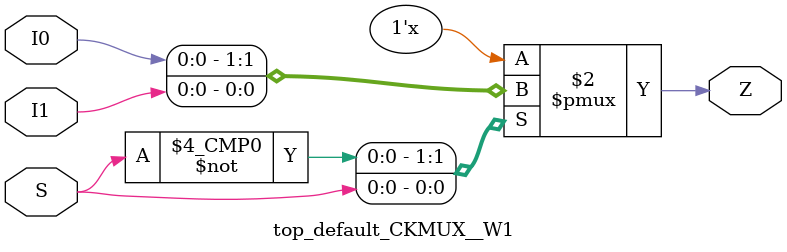
<source format=v>
`default_nettype wire 

module top_default_controller (
  top_default_MCK,
  top_default_RSTN,
  top_default_SCK,
  top_default_SDI,
  top_default_SEN,
  top_default_SEQ1_DONE,
  top_default_SEQ1_GO,
  top_default_SRST,
  top_default_GRP_ID,
  top_default_MEN,
  top_default_SDO,
  top_default_SEQ1_CMD,
  top_default_SEQ1_CS
);

parameter top_default_seq_id_width      = 1;
parameter top_default_grp_id_width      = 1;
parameter top_default_meb_id_width      = 1;
parameter top_default_bg_width          = 1;
parameter top_default_state_width       = 3;
parameter top_default_Run_Test_Idle     = 3'd0;
parameter top_default_Apply_MB          = 3'd1;
parameter top_default_Run_MB            = 3'd2;
parameter top_default_Scan_MB           = 3'd3;
parameter top_default_Done_MB           = 3'd4;
parameter top_default_det_state_width   = 4;
parameter top_default_Det_Idle          = 4'd0;
parameter top_default_Det_Fetch         = 4'd1;
parameter top_default_Det_SEQ           = 4'd2;
parameter top_default_Det_ALG           = 4'd3;
parameter top_default_Det_GRP           = 4'd4;
parameter top_default_Det_BG            = 4'd5;
parameter top_default_Det_CMD           = 4'd6;
parameter top_default_Det_Run           = 4'd7;
parameter top_default_Det_Eval          = 4'd8;
parameter top_default_Det_Done          = 4'd9;
parameter top_default_SEQ_ID_cnt_max    = 1;
parameter top_default_cmd_stable_cyc    = 2;
parameter top_default_eval_stable_cyc   = 2;
parameter top_default_cmd_width         = 5;
parameter top_default_alg_cnt_width     = 1;
parameter top_default_cmd_cnt_width     = 3;
parameter top_default_cmd_fix_width     = 5;

input                                   top_default_MCK;
input                                   top_default_RSTN;
input                                   top_default_SCK;
input                                   top_default_SDI;
input                                   top_default_SEN;
input                                   top_default_SEQ1_DONE;
input                                   top_default_SEQ1_GO;
input                                   top_default_SRST;
output  [top_default_grp_id_width - 1:0]            top_default_GRP_ID;
output                                  top_default_MEN;
output                                  top_default_SDO;
output  [top_default_cmd_width - 1:0]               top_default_SEQ1_CMD;
output                                  top_default_SEQ1_CS;

reg     [top_default_alg_cnt_width - 1:0] top_default_ALGO_next;
reg     [1:0]                           top_default_CMD_STABLE_cnt_next;
reg     [top_default_cmd_cnt_width - 1:0] top_default_CMD_cnt_next;
reg     [1:0]                           top_default_EVAL_STABLE_cnt_next;
reg     [top_default_grp_id_width - 1:0] top_default_GRP_ID_cnt_max;
reg     [top_default_grp_id_width - 1:0] top_default_GRP_ID_cnt_next;
reg                                     top_default_SEQ1_CMD_DONE_next;
reg                                     top_default_SEQ1_wait_next;
reg     [top_default_seq_id_width - 1:0] top_default_SEQ_ID_cnt_next;
reg     [top_default_cmd_fix_width - 1:0] top_default_SRAM_CMD_fix;
reg                                     top_default_max_ALG_mp;
reg     [top_default_det_state_width - 1:0] top_default_next_det_state;
reg                                     top_default_next_new_ALG;
reg                                     top_default_next_new_BG;
reg                                     top_default_next_new_CMD;
reg                                     top_default_next_new_GRP;
reg                                     top_default_next_new_SEQ;
reg     [top_default_state_width - 1:0] top_default_next_state;

wire    [top_default_alg_cnt_width - 1:0] top_default_ALGO;
wire                                    top_default_ALG_CHG;
wire                                    top_default_ALG_DONE;
wire                                    top_default_ALG_DONE_next;
wire                                    top_default_ALL_CMD_ZERO;
wire                                    top_default_ALL_TEST_DONE;
wire                                    top_default_BG_CHG;
wire                                    top_default_BG_DONE;
wire                                    top_default_BG_DONE_next;
wire                                    top_default_BIST_DONE;
wire                                    top_default_BIST_GO;
wire                                    top_default_BIST_GO_next;
wire                                    top_default_CMD_CHG;
wire                                    top_default_CMD_CHG_DONE;
wire                                    top_default_CMD_DONE;
wire                                    top_default_CMD_DONE_next;
wire    [1:0]                           top_default_CMD_STABLE_cnt;
wire    [top_default_cmd_cnt_width - 1:0] top_default_CMD_cnt;
wire                                    top_default_EVAL_DONE;
wire    [1:0]                           top_default_EVAL_STABLE_cnt;
wire                                    top_default_GRP_CHG;
wire                                    top_default_GRP_DONE;
wire                                    top_default_GRP_DONE_next;
wire    [top_default_grp_id_width - 1:0] top_default_GRP_ID;
wire    [top_default_grp_id_width - 1:0] top_default_GRP_ID_cnt;
wire                                    top_default_LAST_ALG;
wire                                    top_default_LAST_BG;
wire                                    top_default_LAST_CMD;
wire                                    top_default_LAST_GRP;
wire                                    top_default_LAST_SEQ;
wire                                    top_default_MEN;
wire                                    top_default_MGO;
wire                                    top_default_MRD;
wire                                    top_default_MRD_next;
wire                                    top_default_ONE_SEQ_WAIT;
wire                                    top_default_RST;
wire                                    top_default_RSTN;
wire    [top_default_cmd_width - 1:0]   top_default_SEQ1_CMD;
wire                                    top_default_SEQ1_CMD_DONE;
wire                                    top_default_SEQ1_CS_init;
wire                                    top_default_SEQ1_CS_init_next;
wire                                    top_default_SEQ1_SELECT;
wire                                    top_default_SEQ1_SELECT_next;
wire                                    top_default_SEQ1_wait;
wire                                    top_default_SEQ_CHG;
wire                                    top_default_SEQ_DONE;
wire                                    top_default_SEQ_DONE_next;
wire    [top_default_seq_id_width - 1:0] top_default_SEQ_ID;
wire    [top_default_seq_id_width - 1:0] top_default_SEQ_ID_cnt;
wire    [top_default_seq_id_width - 1:0] top_default_SEQ_ID_next;
wire                                    top_default_SEQ_WAIT;
wire    [top_default_cmd_width - 1:0]   top_default_SRAM_CMD;
wire                                    top_default_SRAM_SEQ;
wire    [top_default_cmd_width - 1:0]   top_default_SRAM_next_CMD;
wire                                    top_default_SRST;
wire                                    top_default_SeqOn;
wire                                    top_default_TEST_GO;
wire                                    top_default_TEST_GO_next;
wire                                    top_default_ctr_en;
wire    [top_default_det_state_width - 1:0] top_default_det_state;
wire                                    top_default_new_ALG;
wire                                    top_default_new_BG;
wire                                    top_default_new_CMD;
wire                                    top_default_new_GRP;
wire                                    top_default_new_SEQ;
wire                                    top_default_s_det_alg;
wire                                    top_default_s_det_bg;
wire                                    top_default_s_det_cmd;
wire                                    top_default_s_det_done;
wire                                    top_default_s_det_eval;
wire                                    top_default_s_det_fetch;
wire                                    top_default_s_det_grp;
wire                                    top_default_s_det_run;
wire                                    top_default_s_det_seq;
wire                                    top_default_s_run_mb;
wire    [top_default_state_width - 1:0] top_default_state;

assign top_default_ALG_CHG = ~top_default_new_ALG & top_default_ALG_DONE & ~top_default_LAST_ALG;
assign top_default_ALG_DONE_next = top_default_GRP_DONE & top_default_LAST_GRP;
assign top_default_ALL_CMD_ZERO = ((top_default_SRAM_CMD_fix) == 5'd0);
assign top_default_ALL_TEST_DONE = top_default_SEQ_DONE & top_default_LAST_SEQ;
assign top_default_BG_CHG = ~top_default_new_BG & top_default_BG_DONE & ~top_default_LAST_BG;
assign top_default_BG_DONE_next = top_default_CMD_DONE & top_default_LAST_CMD;
assign top_default_BIST_DONE = top_default_s_det_done;
assign top_default_BIST_GO_next = top_default_SEQ1_GO;
assign top_default_CMD_CHG = ~top_default_new_CMD & top_default_CMD_DONE & ~top_default_LAST_CMD;
assign top_default_CMD_CHG_DONE = (top_default_CMD_STABLE_cnt >= top_default_cmd_stable_cyc);
assign top_default_CMD_DONE_next = top_default_SEQ_WAIT;
assign top_default_EVAL_DONE = (top_default_EVAL_STABLE_cnt >= top_default_eval_stable_cyc);
assign top_default_GRP_CHG = ~top_default_new_GRP & top_default_GRP_DONE & ~top_default_LAST_GRP;
assign top_default_GRP_DONE_next = top_default_BG_DONE & top_default_LAST_BG;
assign top_default_GRP_ID = top_default_GRP_ID_cnt;
assign top_default_LAST_ALG = (top_default_det_state > top_default_Det_SEQ) ? (top_default_ALGO >= top_default_max_ALG_mp) : 1'd0;
assign top_default_LAST_BG = (top_default_det_state > top_default_Det_GRP) ? 1'd1 : 1'd0;
assign top_default_LAST_CMD = (top_default_det_state > top_default_Det_BG) ? top_default_ALL_CMD_ZERO : 1'd0;
assign top_default_LAST_GRP = (top_default_det_state > top_default_Det_ALG) ? (top_default_GRP_ID >= top_default_GRP_ID_cnt_max) : 1'd0;
assign top_default_LAST_SEQ = (top_default_det_state > top_default_Det_Fetch) ? (top_default_SEQ_ID >= top_default_SEQ_ID_cnt_max) : 1'd0;
assign top_default_MGO = top_default_TEST_GO;
assign top_default_MRD_next = (top_default_state == top_default_Done_MB);
assign top_default_ONE_SEQ_WAIT = (top_default_SEQ1_SELECT & top_default_SEQ1_wait);
assign top_default_RST = top_default_RSTN;
assign top_default_SEQ1_CMD = top_default_SRAM_CMD;
assign top_default_SEQ1_CS = top_default_SEQ1_CS_init;
assign top_default_SEQ1_CS_init_next = top_default_SeqOn & ~top_default_SEQ1_DONE & (top_default_SEQ_ID == 1'd1);
assign top_default_SEQ1_SELECT_next = (top_default_SEQ_ID == 1'd1);
assign top_default_SEQ_CHG = ~top_default_new_SEQ & top_default_SEQ_DONE & ~top_default_LAST_SEQ;
assign top_default_SEQ_DONE_next = top_default_ALG_DONE & top_default_LAST_ALG;
assign top_default_SEQ_ID_next = top_default_SEQ_ID_cnt;
assign top_default_SEQ_WAIT = top_default_ONE_SEQ_WAIT;
assign top_default_SRAM_SEQ = (top_default_SEQ_ID == 1'd1);
assign top_default_SRAM_next_CMD = top_default_SRAM_CMD_fix;
assign top_default_SeqOn = top_default_s_det_run;
assign top_default_TEST_GO_next = top_default_MEN ? (top_default_TEST_GO & top_default_BIST_GO) : 1'b1;
assign top_default_ctr_en = top_default_MEN;
assign top_default_s_det_alg = (top_default_det_state == top_default_Det_ALG);
assign top_default_s_det_bg = (top_default_det_state == top_default_Det_BG);
assign top_default_s_det_cmd = (top_default_det_state == top_default_Det_CMD);
assign top_default_s_det_done = (top_default_det_state == top_default_Det_Done);
assign top_default_s_det_eval = (top_default_det_state == top_default_Det_Eval);
assign top_default_s_det_fetch = (top_default_det_state == top_default_Det_Fetch);
assign top_default_s_det_grp = (top_default_det_state == top_default_Det_GRP);
assign top_default_s_det_run = (top_default_det_state == top_default_Det_Run);
assign top_default_s_det_seq = (top_default_det_state == top_default_Det_SEQ);
assign top_default_s_run_mb = (top_default_state == top_default_Run_MB)|(top_default_state == top_default_Scan_MB);

always @(*) begin
  if (top_default_s_det_seq) begin
    top_default_ALGO_next = 1'd1;
  end else if (top_default_s_det_alg & top_default_ALG_CHG & (top_default_ALGO < top_default_max_ALG_mp)) begin
    top_default_ALGO_next = top_default_ALGO + 1'd1;
  end else begin
    top_default_ALGO_next = top_default_ALGO;
  end
end

always @(*) begin
  if (top_default_s_det_bg) begin
    top_default_CMD_cnt_next = 3'd0;
  end else if (top_default_s_det_cmd & top_default_CMD_CHG) begin
    top_default_CMD_cnt_next = top_default_CMD_cnt + 3'b001;
  end else begin
    top_default_CMD_cnt_next = top_default_CMD_cnt;
  end
end

always @(*) begin
  case (top_default_ALGO) //synopsys parallel_case
    1'b1 : begin
      case (top_default_CMD_cnt) //synopsys parallel_case
        3'b000: top_default_SRAM_CMD_fix = 5'b01100;
        3'b001: top_default_SRAM_CMD_fix = 5'b01011;
        3'b010: top_default_SRAM_CMD_fix = 5'b00001;
        3'b011: top_default_SRAM_CMD_fix = 5'b11011;
        3'b100: top_default_SRAM_CMD_fix = 5'b10001;
        3'b101: top_default_SRAM_CMD_fix = 5'b11010;
        default: top_default_SRAM_CMD_fix = 5'b00000;
      endcase
    end
    default: top_default_SRAM_CMD_fix = 5'b00000;
  endcase
end

always @(*) begin
  if (~top_default_s_det_cmd) begin
    top_default_CMD_STABLE_cnt_next = 2'd0;
  end else if (top_default_CMD_STABLE_cnt < top_default_cmd_stable_cyc) begin
    top_default_CMD_STABLE_cnt_next = top_default_CMD_STABLE_cnt + 2'd1;
  end else begin
    top_default_CMD_STABLE_cnt_next = top_default_CMD_STABLE_cnt;
  end
end

always @(*) begin
  if (~top_default_s_det_eval) begin
    top_default_EVAL_STABLE_cnt_next = 2'd0;
  end else if (top_default_EVAL_STABLE_cnt < top_default_eval_stable_cyc) begin
    top_default_EVAL_STABLE_cnt_next = top_default_EVAL_STABLE_cnt + 2'd1;
  end else begin
    top_default_EVAL_STABLE_cnt_next = top_default_EVAL_STABLE_cnt;
  end
end

always @(*) begin
  case (top_default_SEQ_ID)
    1'b1: top_default_GRP_ID_cnt_max = 1'd1;
    default: top_default_GRP_ID_cnt_max =  1'd0;
  endcase
end

always @(*) begin
  if (top_default_s_det_alg) begin
    top_default_GRP_ID_cnt_next = 1'd1;
  end else if (top_default_s_det_grp & top_default_GRP_CHG & (top_default_GRP_ID_cnt < top_default_GRP_ID_cnt_max)) begin
    top_default_GRP_ID_cnt_next = top_default_GRP_ID_cnt + 1'd1;
  end else begin
    top_default_GRP_ID_cnt_next = top_default_GRP_ID_cnt;
  end
end

always @(*) begin
  if (top_default_s_det_cmd) begin
    top_default_SEQ1_CMD_DONE_next = 1'd0;
  end else begin
    top_default_SEQ1_CMD_DONE_next = top_default_SEQ1_CMD_DONE | (top_default_SEQ1_CS_init & top_default_SEQ1_DONE);
  end
end

always @(*) begin
  if ((top_default_det_state < top_default_Det_GRP) | (top_default_s_det_eval & top_default_EVAL_DONE) | (top_default_s_det_cmd)) begin
    top_default_SEQ1_wait_next = 1'd0;
  end else if ((top_default_det_state > top_default_Det_GRP) & ~top_default_SEQ1_SELECT) begin
    top_default_SEQ1_wait_next = 1'd1;
  end else if (top_default_CMD_CHG_DONE & ~|top_default_SEQ1_CMD[top_default_cmd_width-1:top_default_cmd_width-top_default_cmd_fix_width]) begin
    top_default_SEQ1_wait_next = 1'd1;
  end else if (top_default_s_det_run & top_default_SEQ1_CMD_DONE) begin
    top_default_SEQ1_wait_next = 1'd1;
  end else begin
    top_default_SEQ1_wait_next = top_default_SEQ1_wait;
  end
end

always @(*) begin
  if (~top_default_MEN) begin
    top_default_SEQ_ID_cnt_next = 1'd0;
  end else if (top_default_s_det_fetch) begin
    top_default_SEQ_ID_cnt_next = 1'd1;
  end else if (top_default_s_det_seq & top_default_SEQ_CHG & (top_default_SEQ_ID_cnt < top_default_SEQ_ID_cnt_max)) begin
    top_default_SEQ_ID_cnt_next = top_default_SEQ_ID_cnt + 1'd1;
  end else begin
    top_default_SEQ_ID_cnt_next = top_default_SEQ_ID_cnt;
  end
end

always @(*) begin
    case (top_default_SEQ_ID)
      1'b1: top_default_max_ALG_mp = 1'd1;
      default: top_default_max_ALG_mp = 1'd1;
    endcase
end

always @(*) begin
  if (~top_default_s_run_mb) begin
    top_default_next_det_state = top_default_Det_Idle;
  end else begin
      case (top_default_det_state)
          top_default_Det_Idle:  top_default_next_det_state = top_default_Det_Fetch;
          top_default_Det_Fetch: top_default_next_det_state = top_default_Det_SEQ;
          top_default_Det_SEQ:   top_default_next_det_state = top_default_Det_ALG;
          top_default_Det_ALG:   top_default_next_det_state = top_default_Det_GRP;
          top_default_Det_GRP:   top_default_next_det_state = top_default_Det_BG;
          top_default_Det_BG:    top_default_next_det_state = top_default_Det_CMD;
          top_default_Det_CMD:   top_default_next_det_state = (top_default_CMD_CHG_DONE) ? top_default_Det_Run : top_default_Det_CMD;
          top_default_Det_Run:   top_default_next_det_state = top_default_SEQ_WAIT ? top_default_Det_Eval : top_default_Det_Run;
          top_default_Det_Eval:  begin
              if (top_default_ALL_TEST_DONE & top_default_EVAL_DONE) begin
                  top_default_next_det_state = top_default_Det_Done;
              end else if (top_default_CMD_CHG & top_default_EVAL_DONE) begin
                  top_default_next_det_state = top_default_Det_CMD;
              end else if (top_default_BG_CHG & top_default_EVAL_DONE) begin
                  top_default_next_det_state = top_default_Det_BG;
              end else if (top_default_GRP_CHG & top_default_EVAL_DONE) begin
                  top_default_next_det_state = top_default_Det_GRP;
              end else if (top_default_ALG_CHG & top_default_EVAL_DONE) begin
                  top_default_next_det_state = top_default_Det_ALG;
              end else if (top_default_SEQ_CHG & top_default_EVAL_DONE) begin
                  top_default_next_det_state = top_default_Det_SEQ;
              end else begin
                  top_default_next_det_state = top_default_Det_Eval;
              end
          end
          top_default_Det_Done:  top_default_next_det_state = top_default_Det_Done;
          default: top_default_next_det_state = top_default_Det_Idle;
      endcase
  end
end

always @(*) begin
  if (top_default_s_det_seq) begin
    top_default_next_new_ALG = 1'b1;
  end else if (top_default_s_det_alg & top_default_ALG_CHG) begin
    top_default_next_new_ALG = 1'b1;
  end else if (top_default_s_det_run) begin
    top_default_next_new_ALG = 1'b0;
  end else begin
    top_default_next_new_ALG = top_default_new_ALG;
  end
end

always @(*) begin
  if (top_default_s_det_grp) begin
    top_default_next_new_BG = 1'b1;
  end else if (top_default_s_det_bg & top_default_BG_CHG) begin
    top_default_next_new_BG = 1'b1;
  end else if (top_default_s_det_run) begin
    top_default_next_new_BG = 1'b0;
  end else begin
    top_default_next_new_BG = top_default_new_BG;
  end
end

always @(*) begin
  if (top_default_s_det_bg) begin
    top_default_next_new_CMD = 1'b1;
  end else if (top_default_s_det_cmd & top_default_CMD_CHG) begin
    top_default_next_new_CMD = 1'b1;
  end else if (top_default_s_det_run) begin
    top_default_next_new_CMD = 1'b0;
  end else begin
    top_default_next_new_CMD = top_default_new_CMD;
  end
end

always @(*) begin
  if (top_default_s_det_alg) begin
    top_default_next_new_GRP = 1'b1;
  end else if (top_default_s_det_grp & top_default_GRP_CHG) begin
    top_default_next_new_GRP = 1'b1;
  end else if (top_default_s_det_run) begin
    top_default_next_new_GRP = 1'b0;
  end else begin
    top_default_next_new_GRP = top_default_new_GRP;
  end
end

always @(*) begin
  if (top_default_s_det_fetch) begin
    top_default_next_new_SEQ = 1'b1;
  end else if (top_default_s_det_seq & top_default_SEQ_CHG) begin
    top_default_next_new_SEQ = 1'b1;
  end else if (top_default_s_det_run) begin
    top_default_next_new_SEQ = 1'b0;
  end else begin
    top_default_next_new_SEQ = top_default_new_SEQ;
  end
end

always @(*) begin
  case (top_default_state)
    top_default_Run_Test_Idle: top_default_next_state = top_default_ctr_en ? top_default_Apply_MB : top_default_Run_Test_Idle;
    top_default_Apply_MB:      top_default_next_state = top_default_ctr_en ? top_default_Run_MB : top_default_Run_Test_Idle;
    top_default_Run_MB:        top_default_next_state = top_default_ctr_en ? (top_default_BIST_DONE ? top_default_Done_MB : top_default_Run_MB)
                                       : top_default_Run_Test_Idle;
    top_default_Done_MB:       top_default_next_state = top_default_ctr_en ? top_default_Done_MB : top_default_Run_Test_Idle;
    default:       top_default_next_state = top_default_Run_Test_Idle;
  endcase
end

top_default_BUFF_ASYNC_W1_D1_S0 top_default_ctr_alg_done_reg (
  .CK(top_default_MCK),
  .RN(top_default_RST),
  .D(top_default_ALG_DONE_next),
  .Q(top_default_ALG_DONE)
);

top_default_BUFF_ASYNC_W1_D1_S0 top_default_ctr_alg_reg (
  .CK(top_default_MCK),
  .RN(top_default_RST),
  .D(top_default_ALGO_next),
  .Q(top_default_ALGO)
);

top_default_BUFF_ASYNC_W1_D1_S0 top_default_ctr_bg_done_reg (
  .CK(top_default_MCK),
  .RN(top_default_RST),
  .D(top_default_BG_DONE_next),
  .Q(top_default_BG_DONE)
);

top_default_BUFF_ASYNC_W1_D1_S0 top_default_ctr_bist_go_reg (
  .CK(top_default_MCK),
  .RN(top_default_RST),
  .D(top_default_BIST_GO_next),
  .Q(top_default_BIST_GO)
);

top_default_BUFF_ASYNC_W3_D1_S0 top_default_ctr_cmd_cnt_reg (
  .CK(top_default_MCK),
  .RN(top_default_RST),
  .D(top_default_CMD_cnt_next),
  .Q(top_default_CMD_cnt)
);

top_default_BUFF_ASYNC_W1_D1_S0 top_default_ctr_cmd_done_reg (
  .CK(top_default_MCK),
  .RN(top_default_RST),
  .D(top_default_CMD_DONE_next),
  .Q(top_default_CMD_DONE)
);

top_default_BUFF_ASYNC_W5_D1_S0 top_default_ctr_cmd_reg_SRAM (
  .CK(top_default_MCK),
  .RN(top_default_RST),
  .D(top_default_SRAM_next_CMD),
  .Q(top_default_SRAM_CMD)
);

top_default_BUFF_ASYNC_W2_D1_S0 top_default_ctr_cmd_stable_cnt_reg (
  .CK(top_default_MCK),
  .RN(top_default_RST),
  .D(top_default_CMD_STABLE_cnt_next),
  .Q(top_default_CMD_STABLE_cnt)
);

top_default_BUFF_ASYNC_W4_D1_S0 top_default_ctr_det_state_reg (
  .CK(top_default_MCK),
  .RN(top_default_RST),
  .D(top_default_next_det_state),
  .Q(top_default_det_state)
);

top_default_BUFF_ASYNC_W2_D1_S0 top_default_ctr_eval_stable_cnt_reg (
  .CK(top_default_MCK),
  .RN(top_default_RST),
  .D(top_default_EVAL_STABLE_cnt_next),
  .Q(top_default_EVAL_STABLE_cnt)
);

top_default_BUFF_ASYNC_W1_D1_S0 top_default_ctr_grp_done_reg (
  .CK(top_default_MCK),
  .RN(top_default_RST),
  .D(top_default_GRP_DONE_next),
  .Q(top_default_GRP_DONE)
);

top_default_BUFF_ASYNC_W1_D1_S0 top_default_ctr_grp_id_cnt_reg (
  .CK(top_default_MCK),
  .RN(top_default_RST),
  .D(top_default_GRP_ID_cnt_next),
  .Q(top_default_GRP_ID_cnt)
);

top_default_BUFF_ASYNC_W1_D1_S0 top_default_ctr_mrd_reg (
  .CK(top_default_MCK),
  .RN(top_default_RST),
  .D(top_default_MRD_next),
  .Q(top_default_MRD)
);

top_default_BUFF_ASYNC_W1_D1_S0 top_default_ctr_new_ALG_reg (
  .CK(top_default_MCK),
  .RN(top_default_RST),
  .D(top_default_next_new_ALG),
  .Q(top_default_new_ALG)
);

top_default_BUFF_ASYNC_W1_D1_S0 top_default_ctr_new_BG_reg (
  .CK(top_default_MCK),
  .RN(top_default_RST),
  .D(top_default_next_new_BG),
  .Q(top_default_new_BG)
);

top_default_BUFF_ASYNC_W1_D1_S0 top_default_ctr_new_CMD_reg (
  .CK(top_default_MCK),
  .RN(top_default_RST),
  .D(top_default_next_new_CMD),
  .Q(top_default_new_CMD)
);

top_default_BUFF_ASYNC_W1_D1_S0 top_default_ctr_new_GRP_reg (
  .CK(top_default_MCK),
  .RN(top_default_RST),
  .D(top_default_next_new_GRP),
  .Q(top_default_new_GRP)
);

top_default_BUFF_ASYNC_W1_D1_S0 top_default_ctr_new_SEQ_reg (
  .CK(top_default_MCK),
  .RN(top_default_RST),
  .D(top_default_next_new_SEQ),
  .Q(top_default_new_SEQ)
);

top_default_scan ctr_scan_inst(
  .top_default_MCK(top_default_MCK),
  .top_default_MGO(top_default_MGO),
  .top_default_MRD(top_default_MRD),
  .top_default_RST(top_default_RST),
  .top_default_SCK(top_default_SCK),
  .top_default_SDI(top_default_SDI),
  .top_default_SEN(top_default_SEN),
  .top_default_SRST(top_default_SRST),
  .top_default_MEN(top_default_MEN),
  .top_default_SDO(top_default_SDO)
);

top_default_BUFF_ASYNC_W1_D1_S0 top_default_ctr_seq1_cmd_done_reg (
  .CK(top_default_MCK),
  .RN(top_default_RST),
  .D(top_default_SEQ1_CMD_DONE_next),
  .Q(top_default_SEQ1_CMD_DONE)
);

top_default_BUFF_ASYNC_W1_D1_S0 top_default_ctr_seq1_cs_init_reg (
  .CK(top_default_MCK),
  .RN(top_default_RST),
  .D(top_default_SEQ1_CS_init_next),
  .Q(top_default_SEQ1_CS_init)
);

top_default_BUFF_ASYNC_W1_D1_S0 top_default_ctr_seq1_select_reg (
  .CK(top_default_MCK),
  .RN(top_default_RST),
  .D(top_default_SEQ1_SELECT_next),
  .Q(top_default_SEQ1_SELECT)
);

top_default_BUFF_ASYNC_W1_D1_S0 top_default_ctr_seq1_wait_reg (
  .CK(top_default_MCK),
  .RN(top_default_RST),
  .D(top_default_SEQ1_wait_next),
  .Q(top_default_SEQ1_wait)
);

top_default_BUFF_ASYNC_W1_D1_S0 top_default_ctr_seq_done_reg (
  .CK(top_default_MCK),
  .RN(top_default_RST),
  .D(top_default_SEQ_DONE_next),
  .Q(top_default_SEQ_DONE)
);

top_default_BUFF_ASYNC_W1_D1_S0 top_default_ctr_seq_id_reg (
  .CK(top_default_MCK),
  .RN(top_default_RST),
  .D(top_default_SEQ_ID_next),
  .Q(top_default_SEQ_ID)
);

top_default_BUFF_ASYNC_W1_D1_S0 top_default_ctr_sid_cnt_reg (
  .CK(top_default_MCK),
  .RN(top_default_RST),
  .D(top_default_SEQ_ID_cnt_next),
  .Q(top_default_SEQ_ID_cnt)
);

top_default_BUFF_ASYNC_W3_D1_S0 top_default_ctr_state_reg (
  .CK(top_default_MCK),
  .RN(top_default_RST),
  .D(top_default_next_state),
  .Q(top_default_state)
);

top_default_BUFF_ASYNC_W1_D1_S1 top_default_ctr_test_go_reg (
  .CK(top_default_MCK),
  .RN(top_default_RST),
  .D(top_default_TEST_GO_next),
  .Q(top_default_TEST_GO)
);
endmodule

module top_default_scan (
  top_default_MCK,
  top_default_MGO,
  top_default_MRD,
  top_default_RST,
  top_default_SCK,
  top_default_SDI,
  top_default_SEN,
  top_default_SRST,
  top_default_MEN,
  top_default_SDO
);

parameter IR_width                      = 2;
parameter top_default_IDLE_STATE        = 3'd0;
parameter top_default_SCAN_IR_STATE     = 3'd1;
parameter top_default_SCAN_UIR_STATE    = 3'd2;
parameter top_default_SCAN_PRE_UDR_STATE = 3'd3;
parameter top_default_SCAN_WAIT_STATE   = 3'd4;
parameter top_default_SCAN_DR_STATE     = 3'd5;
parameter top_default_SCAN_UDR_STATE    = 3'd6;
parameter test_result_width             = 2;
parameter test_command_width            = 1;

input                                   top_default_MCK;
input                                   top_default_MGO;
input                                   top_default_MRD;
input                                   top_default_RST;
input                                   top_default_SCK;
input                                   top_default_SDI;
input                                   top_default_SEN;
input                                   top_default_SRST;
output                                  top_default_MEN;
output                                  top_default_SDO;

reg     [IR_width - 1:0]                IR;
reg     [IR_width - 1:0]                IR_shift_reg;
reg                                     top_default_SDO;
reg                                     bypass_DR;
reg     [2:0]                           top_default_next_scan_state;
reg     [test_command_width - 1:0]      test_command;
reg     [test_command_width - 1:0]      test_command_DR;
reg     [test_result_width - 1:0]       test_result_DR;

wire                                    IR_shift_reg_LSB;
wire                                    top_default_UpdateDR;
wire                                    UpdateDR_async;
wire                                    top_default_UpdateIR;
wire                                    capture_test_result;
wire    [IR_width - 1:0]                next_IR_shift_reg;
wire    [test_command_width - 1:0]      next_test_command_DR;
wire    [test_result_width - 1:0]       next_test_result_DR;
wire    [2:0]                           top_default_scan_state;
wire                                    shift_to_DR;
wire                                    shift_to_IR;
wire                                    test_command_LSB;
wire    [test_result_width - 1:0]       test_result;
wire                                    test_result_LSB;

assign #1 top_default_MEN = test_command;
assign top_default_UpdateDR = (top_default_scan_state == top_default_SCAN_PRE_UDR_STATE) | (top_default_scan_state == top_default_SCAN_UDR_STATE);
assign top_default_UpdateIR = (top_default_scan_state == top_default_SCAN_UIR_STATE);
assign capture_test_result = (top_default_scan_state == top_default_SCAN_PRE_UDR_STATE) & (IR == 2'b10);
assign shift_to_DR = (top_default_next_scan_state == top_default_SCAN_DR_STATE);
assign shift_to_IR = (top_default_next_scan_state == top_default_SCAN_IR_STATE);
assign test_result = {top_default_MGO, top_default_MRD};
assign {next_IR_shift_reg, IR_shift_reg_LSB} = {top_default_SDI, IR_shift_reg};
assign {next_test_command_DR, test_command_LSB} = {top_default_SDI, test_command_DR};
assign {next_test_result_DR, test_result_LSB} = {top_default_SDI, test_result_DR};

always @(*) begin
  if (shift_to_IR) begin
    top_default_SDO = IR_shift_reg_LSB;
  end else begin
    case (IR)
      2'b00: top_default_SDO = bypass_DR;
      2'b01: top_default_SDO = test_command_LSB;
      2'b10: top_default_SDO = test_result_LSB;
      default: top_default_SDO = 1'b0;
    endcase
  end
end

always @(*) begin
  case (top_default_scan_state)
    top_default_IDLE_STATE: top_default_next_scan_state = top_default_SEN ? top_default_SCAN_IR_STATE : top_default_IDLE_STATE;
    top_default_SCAN_IR_STATE: top_default_next_scan_state = top_default_SEN ? top_default_SCAN_IR_STATE : top_default_SCAN_UIR_STATE;
    top_default_SCAN_UIR_STATE: top_default_next_scan_state = ~IR_shift_reg[1] ? top_default_SCAN_WAIT_STATE : top_default_SCAN_PRE_UDR_STATE;
    top_default_SCAN_PRE_UDR_STATE: top_default_next_scan_state = top_default_SCAN_WAIT_STATE;
    top_default_SCAN_WAIT_STATE: top_default_next_scan_state = top_default_SEN ? top_default_SCAN_DR_STATE : top_default_SCAN_WAIT_STATE;
    top_default_SCAN_DR_STATE: top_default_next_scan_state = top_default_SEN ? top_default_SCAN_DR_STATE : ~IR_shift_reg[1] ? top_default_SCAN_UDR_STATE : top_default_IDLE_STATE;
    top_default_SCAN_UDR_STATE: top_default_next_scan_state = top_default_IDLE_STATE;
    default: top_default_next_scan_state = top_default_IDLE_STATE;
  endcase
end

always @(posedge top_default_SCK or negedge top_default_SRST) begin
  if (~top_default_SRST) begin
    IR <= 2'd0;
  end else begin
    if (top_default_UpdateIR) begin
      IR <= IR_shift_reg;
    end else begin
      IR <= IR;
    end
  end
end

always @(posedge top_default_SCK or negedge top_default_SRST) begin
  if (~top_default_SRST) begin
    IR_shift_reg <= 2'd0;
  end else begin
    if (shift_to_IR) begin
      IR_shift_reg <= next_IR_shift_reg;
    end else begin
      IR_shift_reg <= IR_shift_reg;
    end
  end
end

always @(posedge top_default_SCK or negedge top_default_SRST) begin
  if (~top_default_SRST) begin
    bypass_DR <= 1'd0;
  end else begin
    if (shift_to_DR & (IR == 2'b00)) begin
      bypass_DR <= top_default_SDI;
    end else begin
      bypass_DR <= bypass_DR;
    end
  end
end

always @(posedge top_default_MCK or negedge top_default_RST) begin
  if (~top_default_RST) begin
    test_command <= 1'd0;
  end else begin
    if (UpdateDR_async) begin
      test_command <= test_command_DR;
    end else begin
      test_command <= test_command;
    end
  end
end

always @(posedge top_default_SCK or negedge top_default_SRST) begin
  if (~top_default_SRST) begin
    test_command_DR <= 1'd0;
  end else begin
    if (shift_to_DR & (IR == 2'b01)) begin
      test_command_DR <= next_test_command_DR;
    end else begin
      test_command_DR <= test_command_DR;
    end
  end
end

always @(posedge top_default_SCK or negedge top_default_SRST) begin
  if (~top_default_SRST) begin
    test_result_DR <= 2'd0;
  end else begin
    if (capture_test_result) begin
      test_result_DR <= test_result;
    end else if (shift_to_DR & (IR == 2'b10)) begin
      test_result_DR <= next_test_result_DR;
    end else begin
      test_result_DR <= test_result_DR;
    end
  end
end

top_default_async_pos_pulse_W1 UpdateDR_async_sys (
  .CKA(top_default_SCK),
  .CKB(top_default_MCK),
  .RNA(top_default_SRST),
  .RNB(top_default_RST),
  .DA(top_default_UpdateDR),
  .DB(UpdateDR_async)
);

top_default_BUFF_ASYNC_W3_D1_S0 ctr_scan_state_reg (
  .CK(top_default_SCK),
  .RN(top_default_RST),
  .D(top_default_next_scan_state),
  .Q(top_default_scan_state)
);
endmodule

module top_default_sequencer1 (
  top_default_CMD,
  top_default_GRP_ID,
  top_default_MCK,
  top_default_RST,
  top_default_SEQ_CS,
  top_default_TPG_1_1_GO,
  top_default_SEQ_ADDR,
  top_default_SEQ_DONE,
  top_default_SEQ_GO,
  top_default_SEQ_OP_CMD,
  top_default_SEQ_PARITY,
  top_default_TPG_1_1_CS0
);

parameter top_default_grp_id_width      = 1;
parameter top_default_meb_id_width      = 1;
parameter top_default_SEQ_STATE_WIDTH   = 2;
parameter top_default_RAM_SEQ_IDLE      = 2'd0;
parameter top_default_RAM_SEQ_PRE       = 2'd1;
parameter top_default_RAM_SEQ_APPLY     = 2'd2;
parameter top_default_RAM_SEQ_DONE      = 2'd3;
parameter top_default_SEQ_ADDR_WIDTH    = 12;
parameter top_default_action_width      = 3;
parameter Rwr                           = 3'b001;
parameter r                             = 3'b010;
parameter rWR                           = 3'b011;
parameter w                             = 3'b100;
parameter top_default_cmd_width         = 5;
parameter top_default_nop               = 2'd0;
parameter top_default_pseudo_r          = 2'd1;
parameter top_default_read              = 2'd2;
parameter top_default_write             = 2'd3;
parameter top_default_op_cmd_width      = 2;
parameter top_default_op_cnt_width      = 3;

input   [top_default_cmd_width - 1:0]               top_default_CMD;
input   [top_default_grp_id_width - 1:0]            top_default_GRP_ID;
input                                   top_default_MCK;
input                                   top_default_RST;
input                                   top_default_SEQ_CS;
input                                   top_default_TPG_1_1_GO;
output  [top_default_SEQ_ADDR_WIDTH - 1:0]          top_default_SEQ_ADDR;
output                                  top_default_SEQ_DONE;
output                                  top_default_SEQ_GO;
output  [top_default_op_cmd_width - 1:0]            top_default_SEQ_OP_CMD;
output                                  top_default_SEQ_PARITY;
output                                  top_default_TPG_1_1_CS0;

reg     [top_default_op_cmd_width - 1:0] top_default_SEQ_OP_CMD_s;
reg                                     top_default_SEQ_PARITY_s;
reg                                     top_default_TPG_1_1_CS0;
reg                                     top_default_finish_one_sequence;
reg     [top_default_SEQ_ADDR_WIDTH - 1:0] top_default_max_addr;
reg     [top_default_SEQ_ADDR_WIDTH - 1:0] top_default_next_addr_cnt;
reg     [top_default_op_cnt_width - 1:0] top_default_next_op_cnt;
reg     [top_default_SEQ_STATE_WIDTH - 1:0] top_default_next_state;

wire    [top_default_SEQ_ADDR_WIDTH - 1:0] top_default_SEQ_ADDR;
wire    [top_default_op_cmd_width - 1:0] top_default_SEQ_OP_CMD;
wire                                    top_default_SEQ_PARITY;
wire    [top_default_action_width - 1:0] top_default_action;
wire                                    top_default_cmd_parity;
wire                                    top_default_direction;
wire                                    top_default_finish_one_sequence_4_addr;
wire                                    top_default_go_init;
wire                                    top_default_last_address;
wire    [top_default_op_cnt_width - 1:0] top_default_op_cnt;
wire    [top_default_SEQ_STATE_WIDTH - 1:0] top_default_state;

assign top_default_SEQ_DONE = (top_default_state == top_default_RAM_SEQ_DONE);
assign top_default_SEQ_GO = top_default_go_init;
assign top_default_SEQ_OP_CMD = top_default_SEQ_OP_CMD_s;
assign top_default_SEQ_PARITY = top_default_SEQ_PARITY_s;
assign top_default_go_init = top_default_TPG_1_1_GO;
assign top_default_last_address = top_default_direction ? (top_default_SEQ_ADDR == 12'd0) : (top_default_SEQ_ADDR >= top_default_max_addr);
assign {top_default_direction, top_default_cmd_parity, top_default_action} = top_default_CMD;

always @(*) begin
  if (~top_default_SEQ_CS) begin
    top_default_TPG_1_1_CS0 = 1'd0;
  end else if (top_default_SEQ_ADDR > 12'd4095) begin
    top_default_TPG_1_1_CS0 = 1'd0;
  end else if (top_default_GRP_ID != 1'd1) begin
    top_default_TPG_1_1_CS0 = 1'd0;
  end else begin
    top_default_TPG_1_1_CS0 = 1'd1;
  end
end

always @(*) begin
    case (top_default_action) //synopsys parallel_case
      Rwr:   if (top_default_op_cnt >= 3'd2)        top_default_finish_one_sequence = 1'b1;
            else                         top_default_finish_one_sequence = 1'b0;
      r:   if (top_default_op_cnt >= 3'd0)        top_default_finish_one_sequence = 1'b1;
            else                         top_default_finish_one_sequence = 1'b0;
      rWR:   if (top_default_op_cnt >= 3'd2)        top_default_finish_one_sequence = 1'b1;
            else                         top_default_finish_one_sequence = 1'b0;
      w:   if (top_default_op_cnt >= 3'd0)        top_default_finish_one_sequence = 1'b1;
            else                         top_default_finish_one_sequence = 1'b0;
      default: top_default_finish_one_sequence = 1'b0;
    endcase
end

always @(*) begin
  if (~top_default_SEQ_CS) begin
    top_default_max_addr = 12'd0;
  end else begin
    case (top_default_GRP_ID)
      1'b1: top_default_max_addr = 12'd4095;
      default: top_default_max_addr = 12'd0;
    endcase
  end
end

always @(*) begin
  if (~top_default_SEQ_CS) begin
    top_default_next_addr_cnt = 12'd0;
  end else begin
    case (top_default_state)
      top_default_RAM_SEQ_IDLE: top_default_next_addr_cnt = (top_default_direction == 1'd0) ? 12'd0 : top_default_max_addr;
      top_default_RAM_SEQ_APPLY: begin
        if (top_default_finish_one_sequence_4_addr) begin
          top_default_next_addr_cnt = (top_default_direction == 1'd0) ? (top_default_SEQ_ADDR + 12'd1) : (top_default_SEQ_ADDR - 12'd1);
        end else begin
          top_default_next_addr_cnt = top_default_SEQ_ADDR;
       end
      end
      default: top_default_next_addr_cnt = top_default_SEQ_ADDR;
    endcase
  end
end

always @(*) begin
  if (~top_default_SEQ_CS) begin
    top_default_next_op_cnt = 3'd0;
  end else begin
    if((top_default_state == top_default_RAM_SEQ_PRE) | (top_default_state == top_default_RAM_SEQ_APPLY))begin
      top_default_next_op_cnt = top_default_finish_one_sequence ? 3'd0 : (top_default_op_cnt + 3'd1);
    end else begin
      top_default_next_op_cnt = 3'd0;
    end
  end
end

always @(*) begin
  if (~top_default_SEQ_CS) begin
    top_default_next_state = top_default_RAM_SEQ_IDLE;
  end else begin
    case (top_default_state)
      top_default_RAM_SEQ_IDLE: top_default_next_state = top_default_RAM_SEQ_PRE;
      top_default_RAM_SEQ_PRE: top_default_next_state = top_default_RAM_SEQ_APPLY;
      top_default_RAM_SEQ_APPLY: top_default_next_state = (top_default_finish_one_sequence & top_default_last_address) ? top_default_RAM_SEQ_DONE : top_default_RAM_SEQ_APPLY;
      top_default_RAM_SEQ_DONE: top_default_next_state = top_default_RAM_SEQ_DONE;
      default: top_default_next_state = top_default_RAM_SEQ_IDLE;
    endcase
  end
end

always@(posedge top_default_MCK or negedge top_default_RST)begin
  if(~top_default_RST)begin
    top_default_SEQ_OP_CMD_s <= top_default_nop;
  end else begin
    if (~top_default_SEQ_CS) begin
      top_default_SEQ_OP_CMD_s <= top_default_nop;
    end else if ((top_default_state != top_default_RAM_SEQ_PRE) & (top_default_state != top_default_RAM_SEQ_APPLY)) begin
      top_default_SEQ_OP_CMD_s <= top_default_nop;
    end else if ((top_default_state == top_default_RAM_SEQ_APPLY) & top_default_last_address & top_default_finish_one_sequence_4_addr) begin
      top_default_SEQ_OP_CMD_s <= top_default_nop;
    end else begin
      case (top_default_action) // synopsys parallel_case
        Rwr : begin
               case (top_default_op_cnt) // synopsys parallel_case
                   3'd0 : top_default_SEQ_OP_CMD_s <= top_default_read;
                   3'd1 : top_default_SEQ_OP_CMD_s <= top_default_write;
                   3'd2 : top_default_SEQ_OP_CMD_s <= top_default_read;
                 default : top_default_SEQ_OP_CMD_s <= top_default_nop;
               endcase
             end
        r : begin
               case (top_default_op_cnt) // synopsys parallel_case
                   3'd0 : top_default_SEQ_OP_CMD_s <= top_default_read;
                 default : top_default_SEQ_OP_CMD_s <= top_default_nop;
               endcase
             end
        rWR : begin
               case (top_default_op_cnt) // synopsys parallel_case
                   3'd0 : top_default_SEQ_OP_CMD_s <= top_default_read;
                   3'd1 : top_default_SEQ_OP_CMD_s <= top_default_write;
                   3'd2 : top_default_SEQ_OP_CMD_s <= top_default_read;
                 default : top_default_SEQ_OP_CMD_s <= top_default_nop;
               endcase
             end
        w : begin
               case (top_default_op_cnt) // synopsys parallel_case
                   3'd0 : top_default_SEQ_OP_CMD_s <= top_default_write;
                 default : top_default_SEQ_OP_CMD_s <= top_default_nop;
               endcase
             end
        default : top_default_SEQ_OP_CMD_s <= top_default_nop;
      endcase
    end
  end
end

always@(posedge top_default_MCK or negedge top_default_RST)begin
  if(~top_default_RST)begin
    top_default_SEQ_PARITY_s <= 1'd0;
  end else begin
    if (~top_default_SEQ_CS) begin
      top_default_SEQ_PARITY_s <= top_default_cmd_parity;
    end else if ((top_default_state != top_default_RAM_SEQ_PRE) & (top_default_state != top_default_RAM_SEQ_APPLY)) begin
      top_default_SEQ_PARITY_s <= top_default_cmd_parity;
    end else begin
      case (top_default_action) // synopsys parallel_case
        Rwr : begin
               case (top_default_op_cnt) // synopsys parallel_case
                 3'd1 : top_default_SEQ_PARITY_s <= ~top_default_cmd_parity;
                 3'd2 : top_default_SEQ_PARITY_s <= ~top_default_cmd_parity;
                 default : top_default_SEQ_PARITY_s <= top_default_cmd_parity;
               endcase
             end
        rWR : begin
               case (top_default_op_cnt) // synopsys parallel_case
                 3'd1 : top_default_SEQ_PARITY_s <= ~top_default_cmd_parity;
                 3'd2 : top_default_SEQ_PARITY_s <= ~top_default_cmd_parity;
                 default : top_default_SEQ_PARITY_s <= top_default_cmd_parity;
               endcase
             end
        default : top_default_SEQ_PARITY_s <= top_default_cmd_parity;
      endcase
    end
  end
end

top_default_BUFF_ASYNC_W1_D1_S0 top_default_finish_one_sequence_4_addr_reg (
  .CK(top_default_MCK),
  .RN(top_default_RST),
  .D(top_default_finish_one_sequence),
  .Q(top_default_finish_one_sequence_4_addr)
);

top_default_BUFF_ASYNC_W12_D1_S0 top_default_seq_addr_reg (
  .CK(top_default_MCK),
  .RN(top_default_RST),
  .D(top_default_next_addr_cnt),
  .Q(top_default_SEQ_ADDR)
);

top_default_BUFF_ASYNC_W3_D1_S0 top_default_seq_op_cnt_reg (
  .CK(top_default_MCK),
  .RN(top_default_RST),
  .D(top_default_next_op_cnt),
  .Q(top_default_op_cnt)
);

top_default_BUFF_ASYNC_W2_D1_S0 top_default_seq_state_reg (
  .CK(top_default_MCK),
  .RN(top_default_RST),
  .D(top_default_next_state),
  .Q(top_default_state)
);
endmodule

module top_default_tcr_1_1_1 (
  top_default_A_m,
  top_default_A_s,
  top_default_CEN_m,
  top_default_CEN_s,
  top_default_CLK_s,
  top_default_D_m,
  top_default_D_s,
  top_default_MCK,
  top_default_MEN,
  top_default_OEN_m,
  top_default_OEN_s,
  top_default_Q_t,
  top_default_WEN_m,
  top_default_WEN_s,
  top_default_A_t,
  top_default_CEN_t,
  top_default_CLK_t,
  top_default_D_t,
  top_default_OEN_t,
  top_default_Q_m,
  top_default_Q_s,
  top_default_WEN_t
);

parameter top_default_TPG_ADDR_WIDTH    = 12;
parameter top_default_TPG_DATA_IN_WIDTH = 32;
parameter top_default_TPG_DATA_OUT_WIDTH = 32;

input   [top_default_TPG_ADDR_WIDTH - 1:0]          top_default_A_m;
input   [top_default_TPG_ADDR_WIDTH - 1:0]          top_default_A_s;
input                                   top_default_CEN_m;
input                                   top_default_CEN_s;
input                                   top_default_CLK_s;
input   [top_default_TPG_DATA_IN_WIDTH - 1:0]       top_default_D_m;
input   [top_default_TPG_DATA_IN_WIDTH - 1:0]       top_default_D_s;
input                                   top_default_MCK;
input                                   top_default_MEN;
input                                   top_default_OEN_m;
input                                   top_default_OEN_s;
input   [top_default_TPG_DATA_OUT_WIDTH - 1:0]      top_default_Q_t;
input                                   top_default_WEN_m;
input                                   top_default_WEN_s;
output  [top_default_TPG_ADDR_WIDTH - 1:0]          top_default_A_t;
output                                  top_default_CEN_t;
output                                  top_default_CLK_t;
output  [top_default_TPG_DATA_IN_WIDTH - 1:0]       top_default_D_t;
output                                  top_default_OEN_t;
output  [top_default_TPG_DATA_OUT_WIDTH - 1:0]      top_default_Q_m;
output  [top_default_TPG_DATA_OUT_WIDTH - 1:0]      top_default_Q_s;
output                                  top_default_WEN_t;


wire    [31:0]                          top_default_Q_buf;

assign top_default_A_t = top_default_MEN ? top_default_A_m : top_default_A_s;
assign top_default_CEN_t = top_default_MEN ? top_default_CEN_m : top_default_CEN_s;
assign top_default_D_t = top_default_MEN ? top_default_D_m : top_default_D_s;
assign top_default_OEN_t = top_default_MEN ? top_default_OEN_m : top_default_OEN_s;
assign top_default_Q_buf = top_default_Q_t;
assign top_default_Q_s = top_default_Q_buf;
assign top_default_WEN_t = top_default_MEN ? top_default_WEN_m : top_default_WEN_s;

top_default_CKMUX__W1 CLK__ck_mux (
  .I0(top_default_CLK_s),
  .I1(top_default_MCK),
  .S(top_default_MEN),
  .Z(top_default_CLK_t)
);

assign #20.0 top_default_Q_m = top_default_Q_buf;
endmodule

module top_default_tpg_1_1_1 (
  top_default_MCK,
  top_default_Q_m,
  top_default_RST,
  top_default_SEQ_ADDR,
  top_default_SEQ_OP_CMD,
  top_default_SEQ_PARITY,
  top_default_TPG_CS0,
  top_default_A_m,
  top_default_CEN_m,
  top_default_D_m,
  top_default_OEN_m,
  top_default_TPG_GO,
  top_default_WEN_m
);

parameter top_default_TPG_ADDR_WIDTH    = 12;
parameter top_default_TPG_DATA_WIDTH    = 32;
parameter top_default_TPG_DATA_IN_WIDTH = 32;
parameter top_default_TPG_DATA_OUT_WIDTH = 32;
parameter top_default_pseudo_r          = 2'b01;
parameter top_default_read              = 2'b10;
parameter top_default_write             = 2'b11;
parameter top_default_pattern_0         = 32'h0000_0000;
parameter top_default_expect_data       = 32'h0000_0000;

input                                   top_default_MCK;
input   [top_default_TPG_DATA_OUT_WIDTH - 1:0]      top_default_Q_m;
input                                   top_default_RST;
input   [top_default_TPG_ADDR_WIDTH - 1:0]          top_default_SEQ_ADDR;
input   [1:0]                           top_default_SEQ_OP_CMD;
input                                   top_default_SEQ_PARITY;
input                                   top_default_TPG_CS0;
output  [top_default_TPG_ADDR_WIDTH - 1:0]          top_default_A_m;
output                                  top_default_CEN_m;
output  [top_default_TPG_DATA_IN_WIDTH - 1:0]       top_default_D_m;
output                                  top_default_OEN_m;
output                                  top_default_TPG_GO;
output                                  top_default_WEN_m;

reg     [11:0]                          top_default_ADDR_bist;
reg                                     top_default_CS_bist;
reg     [31:0]                          top_default_D_bist;
reg                                     OE_bist;
reg                                     top_default_WE_bist;

wire    [11:0]                          top_default_A_buf_in;
wire    [11:0]                          top_default_A_buf_out;
wire                                    top_default_CEN_buf_in;
wire                                    top_default_CEN_buf_out;
wire    [31:0]                          top_default_D_buf_in;
wire    [31:0]                          top_default_D_buf_out;
wire                                    OEN_buf_in;
wire                                    OEN_buf_out;
wire                                    top_default_PARITY_INV;
wire    [top_default_TPG_ADDR_WIDTH - 1:0] top_default_TPG_ADDR_SCMB;
wire                                    top_default_TPG_GO_inner;
wire                                    top_default_WEN_buf_in;
wire                                    top_default_WEN_buf_out;
wire                                    top_default_compare_buf_in;
wire                                    top_default_compare_buf_out;
wire    [top_default_TPG_DATA_OUT_WIDTH - 1:0] fault_bit;
wire                                    top_default_parity_buf_in;
wire                                    top_default_parity_buf_out;
wire                                    top_default_pre_go;
wire                                    top_default_tpg_cs;

assign top_default_A_buf_in = top_default_TPG_CS0 ? top_default_ADDR_bist : 12'h000;
assign top_default_A_m = top_default_A_buf_out;
assign top_default_CEN_buf_in = top_default_TPG_CS0 ? top_default_CS_bist : 1'h1;
assign top_default_CEN_m = top_default_CEN_buf_out;
assign top_default_D_buf_in = top_default_TPG_CS0 ? top_default_D_bist : 32'h0000_0000;
assign top_default_D_m = top_default_D_buf_out;
assign OEN_buf_in = top_default_TPG_CS0 ? OE_bist : 1'h1;
assign top_default_OEN_m = OEN_buf_out;
assign top_default_PARITY_INV = top_default_SEQ_PARITY;
assign top_default_TPG_ADDR_SCMB = top_default_SEQ_ADDR;
assign top_default_TPG_GO = top_default_TPG_GO_inner;
assign top_default_WEN_buf_in = top_default_TPG_CS0 ? top_default_WE_bist : 1'h1;
assign top_default_WEN_m = top_default_WEN_buf_out;
assign top_default_compare_buf_in = ~top_default_tpg_cs | (top_default_SEQ_OP_CMD != top_default_read);
assign fault_bit = top_default_Q_m ^ (top_default_parity_buf_out ? top_default_expect_data : ~top_default_expect_data);
assign top_default_parity_buf_in = top_default_PARITY_INV;
assign top_default_pre_go = top_default_compare_buf_out | ~(|fault_bit);
assign top_default_tpg_cs = top_default_TPG_CS0;

always @(*) begin
    top_default_ADDR_bist = top_default_TPG_ADDR_SCMB;
end

always @(*) begin
  if (~top_default_tpg_cs) begin
    top_default_CS_bist = 1'h1;
  end else begin
    case (top_default_SEQ_OP_CMD)
      top_default_pseudo_r: top_default_CS_bist = 1'h0;
      top_default_read:     top_default_CS_bist = 1'h0;
      top_default_write:    top_default_CS_bist = 1'h0;
      default:  top_default_CS_bist = 1'h1;
    endcase
  end
end

always @(*) begin
  case(top_default_PARITY_INV) // synopsys parallel_case
    1'b0    : top_default_D_bist = ~top_default_expect_data[top_default_TPG_DATA_IN_WIDTH - 1:0];
    1'b1    : top_default_D_bist = top_default_expect_data[top_default_TPG_DATA_IN_WIDTH - 1:0];
    default : top_default_D_bist = top_default_expect_data[top_default_TPG_DATA_IN_WIDTH - 1:0];
  endcase
end

always @(*) begin
  if (~top_default_tpg_cs) begin
    OE_bist = 1'h1;
  end else begin
    case (top_default_SEQ_OP_CMD)
      top_default_pseudo_r: OE_bist = 1'h0;
      top_default_read:     OE_bist = 1'h0;
      default:  OE_bist = 1'h1;
    endcase
  end
end

always @(*) begin
  if (~top_default_tpg_cs) begin
    top_default_WE_bist = 1'h1;
  end else begin
    case (top_default_SEQ_OP_CMD)
      top_default_write:    top_default_WE_bist = 1'h0;
      default:  top_default_WE_bist = 1'h1;
    endcase
  end
end

assign #20.0 top_default_A_buf_out = top_default_A_buf_in;

assign #20.0 top_default_CEN_buf_out = top_default_CEN_buf_in;

top_default_BUFF_ASYNC_W1_D1_S1 top_default_ram_tpg_compare_reg (
  .CK(top_default_MCK),
  .RN(top_default_RST),
  .D(top_default_compare_buf_in),
  .Q(top_default_compare_buf_out)
);

assign #20.0 top_default_D_buf_out = top_default_D_buf_in;

top_default_BUFF_ASYNC_W1_D1_S1 top_default_ram_tpg_go_inner_reg (
  .CK(top_default_MCK),
  .RN(top_default_RST),
  .D(top_default_pre_go),
  .Q(top_default_TPG_GO_inner)
);

top_default_BUFF_ASYNC_W1_D1_S1 ram_tpg_oen_reg (
  .CK(top_default_MCK),
  .RN(top_default_RST),
  .D(OEN_buf_in),
  .Q(OEN_buf_out)
);

top_default_BUFF_ASYNC_W1_D1_S0 top_default_ram_tpg_parity_reg (
  .CK(top_default_MCK),
  .RN(top_default_RST),
  .D(top_default_parity_buf_in),
  .Q(top_default_parity_buf_out)
);

assign #20.0 top_default_WEN_buf_out = top_default_WEN_buf_in;
endmodule

module top_default_async_pos_pulse_W1(
  CKA,
  CKB,
  RNA,
  RNB,
  DA,
  DB
);

input                                   CKA;
input                                   CKB;
input                                   RNA;
input                                   RNB;
input                                   DA;
output                                  DB;

wire                                    a0;
wire                                    ab;
wire                                    b0;
wire                                    b1;
wire                                    b2;


assign a0 = DA ^ ab;
assign DB = b1 ^ b2;


top_default_BUFF_ASYNC_W1_D1_S0 sys_a (
  .CK(CKA),
  .RN(RNA),
  .D(a0),
  .Q(ab)
);

top_default_BUFF_ASYNC_W1_D1_S0 sys_b0 (
  .CK(CKB),
  .RN(RNB),
  .D(ab),
  .Q(b0)
);

top_default_BUFF_ASYNC_W1_D1_S0 sys_b1 (
  .CK(CKB),
  .RN(RNB),
  .D(b0),
  .Q(b1)
);

top_default_BUFF_ASYNC_W1_D1_S0 sys_b2 (
  .CK(CKB),
  .RN(RNB),
  .D(b1),
  .Q(b2)
);
endmodule

module top_default_BUFF_ASYNC_W1_D1_S0 (CK, RN, D, Q);
  input                                   CK;
  input                                   RN;
  input                                   D;
  output                                  Q;
  
  reg                                     Q;
  
  always @(posedge CK or negedge RN) begin
    if (~RN) begin
      Q <= 1'b0;
    end else begin
      Q <= D;
    end
  end
endmodule

module top_default_BUFF_ASYNC_W1_D1_S1 (CK, RN, D, Q);
  input                                   CK;
  input                                   RN;
  input                                   D;
  output                                  Q;
  
  reg                                     Q;
  
  always @(posedge CK or negedge RN) begin
    if (~RN) begin
      Q <= 1'b1;
    end else begin
      Q <= D;
    end
  end
endmodule

module top_default_BUFF_ASYNC_W2_D1_S0 (CK, RN, D, Q);
  input                                   CK;
  input                                   RN;
  input   [1:0]                           D;
  output  [1:0]                           Q;
  
  reg     [1:0]                           Q;
  
  always @(posedge CK or negedge RN) begin
    if (~RN) begin
      Q <= 2'b00;
    end else begin
      Q <= D;
    end
  end
endmodule

module top_default_BUFF_ASYNC_W3_D1_S0 (CK, RN, D, Q);
  input                                   CK;
  input                                   RN;
  input   [2:0]                           D;
  output  [2:0]                           Q;
  
  reg     [2:0]                           Q;
  
  always @(posedge CK or negedge RN) begin
    if (~RN) begin
      Q <= 3'b000;
    end else begin
      Q <= D;
    end
  end
endmodule

module top_default_BUFF_ASYNC_W4_D1_S0 (CK, RN, D, Q);
  input                                   CK;
  input                                   RN;
  input   [3:0]                           D;
  output  [3:0]                           Q;
  
  reg     [3:0]                           Q;
  
  always @(posedge CK or negedge RN) begin
    if (~RN) begin
      Q <= 4'b0000;
    end else begin
      Q <= D;
    end
  end
endmodule

module top_default_BUFF_ASYNC_W5_D1_S0 (CK, RN, D, Q);
  input                                   CK;
  input                                   RN;
  input   [4:0]                           D;
  output  [4:0]                           Q;
  
  reg     [4:0]                           Q;
  
  always @(posedge CK or negedge RN) begin
    if (~RN) begin
      Q <= 5'b00000;
    end else begin
      Q <= D;
    end
  end
endmodule

module top_default_BUFF_ASYNC_W12_D1_S0 (CK, RN, D, Q);
  input                                   CK;
  input                                   RN;
  input   [11:0]                          D;
  output  [11:0]                          Q;
  
  reg     [11:0]                          Q;
  
  always @(posedge CK or negedge RN) begin
    if (~RN) begin
      Q <= 12'b000000000000;
    end else begin
      Q <= D;
    end
  end
endmodule

module top_default_CKMUX__W1 (I0, I1, S, Z);
  input                                   I0;
  input                                   I1;
  input                                   S;
  output                                  Z;
  
  reg                                     Z;

  always@(*)begin
    case(S)
      1'b0   : Z = I0 ;
      1'b1   : Z = I1 ;
      default: Z = 1'b0;
    endcase
  end
endmodule

</source>
